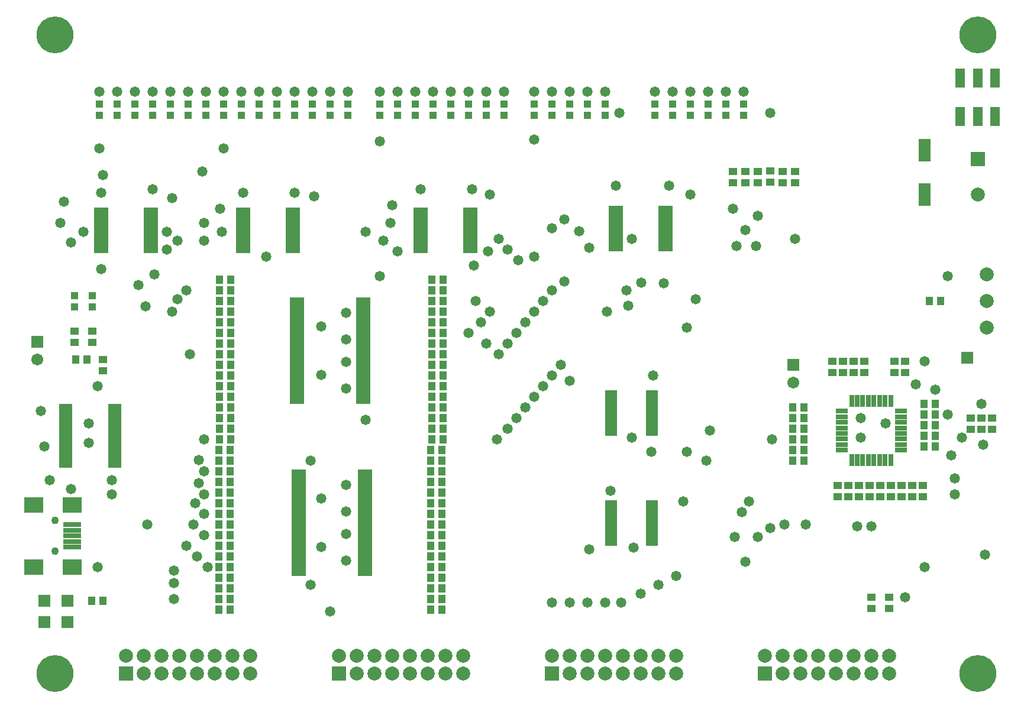
<source format=gts>
G04*
G04 #@! TF.GenerationSoftware,Altium Limited,Altium Designer,22.3.1 (43)*
G04*
G04 Layer_Color=8388736*
%FSLAX25Y25*%
%MOIN*%
G70*
G04*
G04 #@! TF.SameCoordinates,F15A7EA6-3F3C-4714-8FA7-CF7AF9E4284A*
G04*
G04*
G04 #@! TF.FilePolarity,Negative*
G04*
G01*
G75*
%ADD30R,0.03950X0.03950*%
%ADD31R,0.04540X0.03950*%
%ADD32R,0.03950X0.04540*%
%ADD33R,0.08280X0.02513*%
%ADD34R,0.06607X0.02572*%
%ADD35R,0.06800X0.12800*%
%ADD36R,0.03162X0.06607*%
%ADD37R,0.06607X0.03162*%
%ADD38R,0.09855X0.02769*%
%ADD39R,0.10642X0.08674*%
%ADD40R,0.07887X0.02572*%
%ADD41R,0.07493X0.02572*%
%ADD42R,0.05524X0.10642*%
%ADD43C,0.07887*%
%ADD44R,0.07887X0.07887*%
%ADD45R,0.07887X0.07887*%
%ADD46C,0.06706*%
%ADD47R,0.06706X0.06706*%
%ADD48C,0.04343*%
%ADD49C,0.20800*%
%ADD50C,0.05800*%
D30*
X408000Y334850D02*
D03*
Y341150D02*
D03*
X398000D02*
D03*
Y334850D02*
D03*
X368000D02*
D03*
Y341150D02*
D03*
X388000Y334850D02*
D03*
Y341150D02*
D03*
X378000Y334850D02*
D03*
Y341150D02*
D03*
X358000Y334850D02*
D03*
Y341150D02*
D03*
X300000D02*
D03*
Y334850D02*
D03*
X213000Y341150D02*
D03*
Y334850D02*
D03*
X135000Y341150D02*
D03*
Y334850D02*
D03*
X55000D02*
D03*
Y341150D02*
D03*
X330000Y334850D02*
D03*
Y341150D02*
D03*
X310000Y334850D02*
D03*
Y341150D02*
D03*
X320000Y334850D02*
D03*
Y341150D02*
D03*
X263000Y334850D02*
D03*
Y341150D02*
D03*
X125000Y334850D02*
D03*
Y341150D02*
D03*
X243000Y334850D02*
D03*
Y341150D02*
D03*
X85000Y334850D02*
D03*
Y341150D02*
D03*
X75000Y334850D02*
D03*
Y341150D02*
D03*
X203000Y334850D02*
D03*
Y341150D02*
D03*
X253000Y334850D02*
D03*
Y341150D02*
D03*
X290000Y334850D02*
D03*
Y341150D02*
D03*
X273000Y334850D02*
D03*
Y341150D02*
D03*
X115000Y334850D02*
D03*
Y341150D02*
D03*
X65000Y334850D02*
D03*
Y341150D02*
D03*
X223000Y334850D02*
D03*
Y341150D02*
D03*
X105000Y334850D02*
D03*
Y341150D02*
D03*
X233000Y334850D02*
D03*
Y341150D02*
D03*
X95000Y334850D02*
D03*
Y341150D02*
D03*
X185000Y334850D02*
D03*
Y341150D02*
D03*
X175000Y334850D02*
D03*
Y341150D02*
D03*
X155000Y334850D02*
D03*
Y341150D02*
D03*
X165000Y334850D02*
D03*
Y341150D02*
D03*
X45000Y334850D02*
D03*
Y341150D02*
D03*
X145000Y334850D02*
D03*
Y341150D02*
D03*
X31000Y233150D02*
D03*
Y226850D02*
D03*
X41000Y233150D02*
D03*
Y226850D02*
D03*
D31*
X437000Y303150D02*
D03*
Y296850D02*
D03*
X409000D02*
D03*
Y303150D02*
D03*
X402000Y296850D02*
D03*
Y303150D02*
D03*
X416000Y296850D02*
D03*
Y303150D02*
D03*
X423000Y297000D02*
D03*
Y303299D02*
D03*
X430000Y296850D02*
D03*
Y303150D02*
D03*
X509000Y126150D02*
D03*
Y119850D02*
D03*
X503000Y126150D02*
D03*
Y119850D02*
D03*
X497000Y126150D02*
D03*
Y119850D02*
D03*
X491000Y126150D02*
D03*
Y119850D02*
D03*
X485000Y126150D02*
D03*
Y119850D02*
D03*
X479000Y126150D02*
D03*
Y119850D02*
D03*
X473000Y126150D02*
D03*
Y119850D02*
D03*
X467000D02*
D03*
Y126150D02*
D03*
X480000Y63150D02*
D03*
Y56850D02*
D03*
X490000Y63150D02*
D03*
Y56850D02*
D03*
X461000Y119850D02*
D03*
Y126150D02*
D03*
X542000Y157850D02*
D03*
Y164150D02*
D03*
X499000Y189850D02*
D03*
Y196150D02*
D03*
X458000D02*
D03*
Y189850D02*
D03*
X536000Y157850D02*
D03*
Y164150D02*
D03*
X548000Y157850D02*
D03*
Y164150D02*
D03*
X476000Y196150D02*
D03*
Y189850D02*
D03*
X464000Y196150D02*
D03*
Y189850D02*
D03*
X493000D02*
D03*
Y196150D02*
D03*
X470000D02*
D03*
Y189850D02*
D03*
X47000Y190850D02*
D03*
Y197150D02*
D03*
X31000Y213150D02*
D03*
Y206850D02*
D03*
X41000Y213150D02*
D03*
Y206850D02*
D03*
D32*
X112350Y134000D02*
D03*
X118650D02*
D03*
X232350Y224000D02*
D03*
X238650D02*
D03*
X232350Y230000D02*
D03*
X238650D02*
D03*
X232350Y218000D02*
D03*
X238650D02*
D03*
X232350Y236000D02*
D03*
X238650D02*
D03*
X232350Y242000D02*
D03*
X238650D02*
D03*
X112850D02*
D03*
X119150D02*
D03*
X112850Y236000D02*
D03*
X119150D02*
D03*
X112850Y230000D02*
D03*
X119150D02*
D03*
X112850Y224000D02*
D03*
X119150D02*
D03*
X112850Y218000D02*
D03*
X119150D02*
D03*
X112850Y176000D02*
D03*
X119150D02*
D03*
X112850Y170000D02*
D03*
X119150D02*
D03*
X112850Y164000D02*
D03*
X119150D02*
D03*
X232350D02*
D03*
X238650D02*
D03*
X232350Y170000D02*
D03*
X238650D02*
D03*
X232350Y158000D02*
D03*
X238650D02*
D03*
X112850D02*
D03*
X119150D02*
D03*
X112850Y152000D02*
D03*
X119150D02*
D03*
X112850Y200000D02*
D03*
X119150D02*
D03*
X112850Y194000D02*
D03*
X119150D02*
D03*
X232350Y152000D02*
D03*
X238650D02*
D03*
X232350Y194000D02*
D03*
X238650D02*
D03*
X232350Y212000D02*
D03*
X238650D02*
D03*
X232350Y206000D02*
D03*
X238650D02*
D03*
X232350Y200000D02*
D03*
X238650D02*
D03*
X112850Y182000D02*
D03*
X119150D02*
D03*
X112850Y188000D02*
D03*
X119150D02*
D03*
X112850Y212000D02*
D03*
X119150D02*
D03*
X112850Y206000D02*
D03*
X119150D02*
D03*
X232350Y188000D02*
D03*
X238650D02*
D03*
X232350Y182000D02*
D03*
X238650D02*
D03*
X232350Y176000D02*
D03*
X238650D02*
D03*
X238150Y62000D02*
D03*
X231850D02*
D03*
X118650D02*
D03*
X112350D02*
D03*
X238150Y56000D02*
D03*
X231850D02*
D03*
X118650D02*
D03*
X112350D02*
D03*
X238150Y80000D02*
D03*
X231850D02*
D03*
X118650Y74000D02*
D03*
X112350D02*
D03*
X118650Y80000D02*
D03*
X112350D02*
D03*
X238150Y86000D02*
D03*
X231850D02*
D03*
X118650Y68000D02*
D03*
X112350D02*
D03*
X435701Y140000D02*
D03*
X442000D02*
D03*
X435850Y146000D02*
D03*
X442150D02*
D03*
X238150Y74000D02*
D03*
X231850D02*
D03*
X238150Y68000D02*
D03*
X231850D02*
D03*
X435850Y158000D02*
D03*
X442150D02*
D03*
X238150Y98000D02*
D03*
X231850D02*
D03*
X509850Y154000D02*
D03*
X516150D02*
D03*
X435850Y152000D02*
D03*
X442150D02*
D03*
X509850Y148000D02*
D03*
X516150D02*
D03*
X118650Y122000D02*
D03*
X112350D02*
D03*
X509850Y166000D02*
D03*
X516150D02*
D03*
X238150Y104000D02*
D03*
X231850D02*
D03*
X118650Y110000D02*
D03*
X112350D02*
D03*
X512850Y230000D02*
D03*
X519150D02*
D03*
X238150Y128000D02*
D03*
X231850D02*
D03*
X118650Y116000D02*
D03*
X112350D02*
D03*
X118650Y104000D02*
D03*
X112350D02*
D03*
X118650Y86000D02*
D03*
X112350D02*
D03*
X435850Y170000D02*
D03*
X442150D02*
D03*
X118650Y92000D02*
D03*
X112350D02*
D03*
X238150Y134000D02*
D03*
X231850D02*
D03*
X118650Y98000D02*
D03*
X112350D02*
D03*
X118650Y128000D02*
D03*
X112350D02*
D03*
X509850Y160000D02*
D03*
X516150D02*
D03*
X238150Y146000D02*
D03*
X231850D02*
D03*
X238150Y116000D02*
D03*
X231850D02*
D03*
X118650Y146000D02*
D03*
X112350D02*
D03*
X118650Y140000D02*
D03*
X112350D02*
D03*
X509850Y172000D02*
D03*
X516150D02*
D03*
X435850Y164000D02*
D03*
X442150D02*
D03*
X238150Y110000D02*
D03*
X231850D02*
D03*
X238150Y92000D02*
D03*
X231850D02*
D03*
X238150Y140000D02*
D03*
X231850D02*
D03*
X238150Y122000D02*
D03*
X231850D02*
D03*
X38150Y197000D02*
D03*
X31850D02*
D03*
X47150Y61000D02*
D03*
X40850D02*
D03*
D33*
X194701Y133748D02*
D03*
Y131252D02*
D03*
Y128748D02*
D03*
Y126252D02*
D03*
Y123748D02*
D03*
Y121252D02*
D03*
Y118748D02*
D03*
Y116252D02*
D03*
Y113748D02*
D03*
Y111252D02*
D03*
Y108748D02*
D03*
Y106252D02*
D03*
Y103748D02*
D03*
Y101252D02*
D03*
Y98748D02*
D03*
Y96252D02*
D03*
Y93748D02*
D03*
Y91252D02*
D03*
Y88748D02*
D03*
Y86252D02*
D03*
Y83748D02*
D03*
Y81252D02*
D03*
Y78748D02*
D03*
Y76252D02*
D03*
X157299D02*
D03*
Y78748D02*
D03*
Y81252D02*
D03*
Y83748D02*
D03*
Y86252D02*
D03*
Y88748D02*
D03*
Y91252D02*
D03*
Y93748D02*
D03*
Y96252D02*
D03*
Y98748D02*
D03*
Y101252D02*
D03*
Y103748D02*
D03*
Y106252D02*
D03*
Y108748D02*
D03*
Y111252D02*
D03*
Y113748D02*
D03*
Y116252D02*
D03*
Y118748D02*
D03*
Y121252D02*
D03*
Y123748D02*
D03*
Y126252D02*
D03*
Y128748D02*
D03*
Y131252D02*
D03*
Y133748D02*
D03*
X193701Y173252D02*
D03*
Y175748D02*
D03*
Y178252D02*
D03*
Y180748D02*
D03*
Y183252D02*
D03*
Y185748D02*
D03*
Y188252D02*
D03*
Y190748D02*
D03*
Y193252D02*
D03*
Y195748D02*
D03*
Y198252D02*
D03*
Y200748D02*
D03*
Y203252D02*
D03*
Y205748D02*
D03*
Y208252D02*
D03*
Y210748D02*
D03*
Y213252D02*
D03*
Y215748D02*
D03*
Y218252D02*
D03*
Y220748D02*
D03*
Y223252D02*
D03*
Y225748D02*
D03*
Y228252D02*
D03*
Y230748D02*
D03*
X156299D02*
D03*
Y228252D02*
D03*
Y225748D02*
D03*
Y223252D02*
D03*
Y220748D02*
D03*
Y218252D02*
D03*
Y215748D02*
D03*
Y213252D02*
D03*
Y210748D02*
D03*
Y208252D02*
D03*
Y205748D02*
D03*
Y203252D02*
D03*
Y200748D02*
D03*
Y198252D02*
D03*
Y195748D02*
D03*
Y193252D02*
D03*
Y190748D02*
D03*
Y188252D02*
D03*
Y185748D02*
D03*
Y183252D02*
D03*
Y180748D02*
D03*
Y178252D02*
D03*
Y175748D02*
D03*
Y173252D02*
D03*
D34*
X356567Y116516D02*
D03*
Y113957D02*
D03*
Y111398D02*
D03*
Y108839D02*
D03*
Y106280D02*
D03*
Y103720D02*
D03*
Y101161D02*
D03*
Y98602D02*
D03*
Y96043D02*
D03*
Y93484D02*
D03*
X333433D02*
D03*
Y96043D02*
D03*
Y98602D02*
D03*
Y101161D02*
D03*
Y103720D02*
D03*
Y106280D02*
D03*
Y108839D02*
D03*
Y111398D02*
D03*
Y113957D02*
D03*
Y116516D02*
D03*
Y178516D02*
D03*
Y175957D02*
D03*
Y173398D02*
D03*
Y170839D02*
D03*
Y168280D02*
D03*
Y165720D02*
D03*
Y163161D02*
D03*
Y160602D02*
D03*
Y158043D02*
D03*
Y155484D02*
D03*
X356567D02*
D03*
Y158043D02*
D03*
Y160602D02*
D03*
Y163161D02*
D03*
Y165720D02*
D03*
Y168280D02*
D03*
Y170839D02*
D03*
Y173398D02*
D03*
Y175957D02*
D03*
Y178516D02*
D03*
D35*
X510000Y290000D02*
D03*
Y315000D02*
D03*
D36*
X468976Y173685D02*
D03*
X472126D02*
D03*
X475276D02*
D03*
X478425D02*
D03*
X481575D02*
D03*
X484724D02*
D03*
X487874D02*
D03*
X491024D02*
D03*
Y140315D02*
D03*
X487874D02*
D03*
X484724D02*
D03*
X481575D02*
D03*
X478425D02*
D03*
X475276D02*
D03*
X472126D02*
D03*
X468976D02*
D03*
D37*
X496685Y168024D02*
D03*
Y164874D02*
D03*
Y161724D02*
D03*
Y158575D02*
D03*
Y155425D02*
D03*
Y152276D02*
D03*
Y149126D02*
D03*
Y145976D02*
D03*
X463315D02*
D03*
Y149126D02*
D03*
Y152276D02*
D03*
Y155425D02*
D03*
Y158575D02*
D03*
Y161724D02*
D03*
Y164874D02*
D03*
Y168024D02*
D03*
D38*
X29842Y103961D02*
D03*
Y100811D02*
D03*
Y97661D02*
D03*
Y94512D02*
D03*
Y91362D02*
D03*
D39*
Y80142D02*
D03*
X8189D02*
D03*
Y115181D02*
D03*
X29842D02*
D03*
D40*
X363976Y282516D02*
D03*
Y279957D02*
D03*
Y277398D02*
D03*
Y274839D02*
D03*
Y272280D02*
D03*
Y269721D02*
D03*
Y267161D02*
D03*
Y264602D02*
D03*
Y262043D02*
D03*
Y259484D02*
D03*
X336024D02*
D03*
Y262043D02*
D03*
Y264602D02*
D03*
Y267161D02*
D03*
Y269721D02*
D03*
Y272280D02*
D03*
Y274839D02*
D03*
Y277398D02*
D03*
Y279957D02*
D03*
Y282516D02*
D03*
X46024Y281516D02*
D03*
Y278957D02*
D03*
Y276398D02*
D03*
Y273839D02*
D03*
Y271280D02*
D03*
Y268721D02*
D03*
Y266161D02*
D03*
Y263602D02*
D03*
Y261043D02*
D03*
Y258484D02*
D03*
X73976D02*
D03*
Y261043D02*
D03*
Y263602D02*
D03*
Y266161D02*
D03*
Y268721D02*
D03*
Y271280D02*
D03*
Y273839D02*
D03*
Y276398D02*
D03*
Y278957D02*
D03*
Y281516D02*
D03*
X226024D02*
D03*
Y278957D02*
D03*
Y276398D02*
D03*
Y273839D02*
D03*
Y271280D02*
D03*
Y268721D02*
D03*
Y266161D02*
D03*
Y263602D02*
D03*
Y261043D02*
D03*
Y258484D02*
D03*
X253976D02*
D03*
Y261043D02*
D03*
Y263602D02*
D03*
Y266161D02*
D03*
Y268721D02*
D03*
Y271280D02*
D03*
Y273839D02*
D03*
Y276398D02*
D03*
Y278957D02*
D03*
Y281516D02*
D03*
X126024D02*
D03*
Y278957D02*
D03*
Y276398D02*
D03*
Y273839D02*
D03*
Y271280D02*
D03*
Y268721D02*
D03*
Y266161D02*
D03*
Y263602D02*
D03*
Y261043D02*
D03*
Y258484D02*
D03*
X153976D02*
D03*
Y261043D02*
D03*
Y263602D02*
D03*
Y266161D02*
D03*
Y268721D02*
D03*
Y271280D02*
D03*
Y273839D02*
D03*
Y276398D02*
D03*
Y278957D02*
D03*
Y281516D02*
D03*
D41*
X26221Y170634D02*
D03*
Y168075D02*
D03*
Y165516D02*
D03*
Y162957D02*
D03*
Y160398D02*
D03*
Y157839D02*
D03*
Y155280D02*
D03*
Y152720D02*
D03*
Y150161D02*
D03*
Y147602D02*
D03*
Y145043D02*
D03*
Y142484D02*
D03*
Y139925D02*
D03*
Y137366D02*
D03*
X53780D02*
D03*
Y139925D02*
D03*
Y142484D02*
D03*
Y145043D02*
D03*
Y147602D02*
D03*
Y150161D02*
D03*
Y152720D02*
D03*
Y155280D02*
D03*
Y157839D02*
D03*
Y160398D02*
D03*
Y162957D02*
D03*
Y165516D02*
D03*
Y168075D02*
D03*
Y170634D02*
D03*
D42*
X530158Y334173D02*
D03*
X540000D02*
D03*
X549843D02*
D03*
Y355827D02*
D03*
X540000D02*
D03*
X530158D02*
D03*
D43*
X545000Y245000D02*
D03*
Y230000D02*
D03*
Y215000D02*
D03*
X180000Y30000D02*
D03*
X190000Y20000D02*
D03*
Y30000D02*
D03*
X200000Y20000D02*
D03*
Y30000D02*
D03*
X210000Y20000D02*
D03*
Y30000D02*
D03*
X220000Y20000D02*
D03*
Y30000D02*
D03*
X230000Y20000D02*
D03*
Y30000D02*
D03*
X240000Y20000D02*
D03*
Y30000D02*
D03*
X250000Y20000D02*
D03*
Y30000D02*
D03*
X540000Y290000D02*
D03*
X370000Y30000D02*
D03*
Y20000D02*
D03*
X360000Y30000D02*
D03*
Y20000D02*
D03*
X350000Y30000D02*
D03*
Y20000D02*
D03*
X340000Y30000D02*
D03*
Y20000D02*
D03*
X330000Y30000D02*
D03*
Y20000D02*
D03*
X320000Y30000D02*
D03*
Y20000D02*
D03*
X310000Y30000D02*
D03*
Y20000D02*
D03*
X300000Y30000D02*
D03*
X490000D02*
D03*
Y20000D02*
D03*
X480000Y30000D02*
D03*
Y20000D02*
D03*
X470000Y30000D02*
D03*
Y20000D02*
D03*
X460000Y30000D02*
D03*
Y20000D02*
D03*
X450000Y30000D02*
D03*
Y20000D02*
D03*
X440000Y30000D02*
D03*
Y20000D02*
D03*
X430000Y30000D02*
D03*
Y20000D02*
D03*
X420000Y30000D02*
D03*
X130000D02*
D03*
Y20000D02*
D03*
X120000Y30000D02*
D03*
Y20000D02*
D03*
X110000Y30000D02*
D03*
Y20000D02*
D03*
X100000Y30000D02*
D03*
Y20000D02*
D03*
X90000Y30000D02*
D03*
Y20000D02*
D03*
X80000Y30000D02*
D03*
Y20000D02*
D03*
X70000Y30000D02*
D03*
Y20000D02*
D03*
X60000Y30000D02*
D03*
D44*
X180000Y20000D02*
D03*
X300000D02*
D03*
X420000D02*
D03*
X60000D02*
D03*
D45*
X540000Y310000D02*
D03*
D46*
X10000Y197000D02*
D03*
X436000Y184000D02*
D03*
D47*
X10000Y207000D02*
D03*
X14000Y49000D02*
D03*
X534000Y198000D02*
D03*
X27000Y49000D02*
D03*
X14000Y61000D02*
D03*
X27000D02*
D03*
X436000Y194000D02*
D03*
D48*
X20000Y106323D02*
D03*
Y89000D02*
D03*
D49*
X540000Y380000D02*
D03*
X20000D02*
D03*
Y20000D02*
D03*
X540000D02*
D03*
D50*
X510000Y80000D02*
D03*
Y196150D02*
D03*
X443000Y104000D02*
D03*
X431000D02*
D03*
X424000Y152000D02*
D03*
X402000Y282000D02*
D03*
X409000Y270000D02*
D03*
X437000Y265000D02*
D03*
X416000Y278000D02*
D03*
X523000Y166000D02*
D03*
X516000Y180000D02*
D03*
X527000Y121000D02*
D03*
Y130000D02*
D03*
X499000Y63000D02*
D03*
X472000Y103000D02*
D03*
X480000D02*
D03*
X415000Y261000D02*
D03*
X404000D02*
D03*
X408000Y348000D02*
D03*
X423000Y336000D02*
D03*
X256000Y250000D02*
D03*
X300000Y271000D02*
D03*
X307000Y276000D02*
D03*
X264000Y258000D02*
D03*
X300000Y236000D02*
D03*
X260000Y218000D02*
D03*
X205000Y264000D02*
D03*
X257000Y230000D02*
D03*
X265000Y224000D02*
D03*
X210000Y284000D02*
D03*
X263000Y206000D02*
D03*
X209000Y274000D02*
D03*
X195000Y269000D02*
D03*
X253000Y212000D02*
D03*
X195000Y163000D02*
D03*
X170000Y215748D02*
D03*
X544000Y87000D02*
D03*
X543000Y149000D02*
D03*
X525000Y143000D02*
D03*
X531000Y153000D02*
D03*
X71000Y227000D02*
D03*
X76000Y245000D02*
D03*
X67000Y239000D02*
D03*
X72000Y104000D02*
D03*
X139000Y255000D02*
D03*
X114000Y269000D02*
D03*
X113000Y282000D02*
D03*
X104000Y274000D02*
D03*
Y264000D02*
D03*
X103000Y303000D02*
D03*
X23000Y274000D02*
D03*
X25000Y286000D02*
D03*
X36000Y269000D02*
D03*
X29000Y263000D02*
D03*
X94000Y236000D02*
D03*
X83000Y269000D02*
D03*
X89000Y264000D02*
D03*
Y231000D02*
D03*
X86000Y224000D02*
D03*
X83000Y259000D02*
D03*
X290000Y321000D02*
D03*
X47000Y301000D02*
D03*
X96000Y200000D02*
D03*
X505000Y183000D02*
D03*
X523000Y244000D02*
D03*
X416000Y97000D02*
D03*
X423000Y102000D02*
D03*
X381000Y231000D02*
D03*
X343018Y227500D02*
D03*
X331000Y224000D02*
D03*
X376000Y215000D02*
D03*
X411000Y117000D02*
D03*
X407000Y111000D02*
D03*
X307000Y241000D02*
D03*
X290000Y255000D02*
D03*
X203000Y244000D02*
D03*
X281000Y253000D02*
D03*
X275000Y259000D02*
D03*
X280000Y212000D02*
D03*
X270000Y265000D02*
D03*
X315500Y269500D02*
D03*
X310000Y185000D02*
D03*
X387000Y140000D02*
D03*
X389000Y157000D02*
D03*
X333000Y123000D02*
D03*
X346000Y91000D02*
D03*
X356000Y145000D02*
D03*
X376000D02*
D03*
X345000Y153000D02*
D03*
X357000Y188000D02*
D03*
X363000Y240000D02*
D03*
X345000Y265000D02*
D03*
X366000Y295000D02*
D03*
X378000Y290000D02*
D03*
X321000Y260000D02*
D03*
X336000Y295000D02*
D03*
X166000Y289000D02*
D03*
X265000Y290000D02*
D03*
X255000Y293000D02*
D03*
X213000Y258000D02*
D03*
X226000Y293000D02*
D03*
X155000Y291000D02*
D03*
X126000D02*
D03*
X46000Y248000D02*
D03*
X86000Y288000D02*
D03*
X75000Y293000D02*
D03*
X46000Y291000D02*
D03*
X45000Y316000D02*
D03*
X115000D02*
D03*
X203000Y320000D02*
D03*
X338000Y336000D02*
D03*
X403000Y97000D02*
D03*
X409000Y83000D02*
D03*
X342000Y236000D02*
D03*
X350500Y240414D02*
D03*
X290000Y224000D02*
D03*
X374000Y117000D02*
D03*
X175000Y55000D02*
D03*
X29000Y124000D02*
D03*
X52000Y121000D02*
D03*
Y129000D02*
D03*
X17000D02*
D03*
X12000Y168000D02*
D03*
X14000Y148000D02*
D03*
X44000Y80000D02*
D03*
X39000Y161000D02*
D03*
Y150000D02*
D03*
X44000Y182000D02*
D03*
X474000Y164000D02*
D03*
X488000Y161000D02*
D03*
X474000Y153000D02*
D03*
X542000Y172000D02*
D03*
X300000Y60000D02*
D03*
X310000D02*
D03*
X320000D02*
D03*
X330000D02*
D03*
X339000D02*
D03*
X350000Y65000D02*
D03*
X360000Y70000D02*
D03*
X370000Y75000D02*
D03*
X269000Y152000D02*
D03*
X275000Y158000D02*
D03*
X280000Y164000D02*
D03*
X285000Y170000D02*
D03*
X290000Y176000D02*
D03*
X295000Y182000D02*
D03*
X300000Y188000D02*
D03*
X305000Y194000D02*
D03*
X270000Y200000D02*
D03*
X275000Y206000D02*
D03*
X285000Y218000D02*
D03*
X295000Y230000D02*
D03*
X321000Y90000D02*
D03*
X398000Y348000D02*
D03*
X388000D02*
D03*
X378000D02*
D03*
X368000D02*
D03*
X358000D02*
D03*
X330000D02*
D03*
X320000D02*
D03*
X310000D02*
D03*
X300000D02*
D03*
X290000D02*
D03*
X273000D02*
D03*
X263000D02*
D03*
X253000D02*
D03*
X243000D02*
D03*
X233000D02*
D03*
X223000D02*
D03*
X213000D02*
D03*
X203000D02*
D03*
X185000D02*
D03*
X175000D02*
D03*
X165000D02*
D03*
X155000D02*
D03*
X145000D02*
D03*
X135000D02*
D03*
X125000D02*
D03*
X115000D02*
D03*
X105000D02*
D03*
X95000D02*
D03*
X85000D02*
D03*
X75000D02*
D03*
X65000D02*
D03*
X55000D02*
D03*
X45000D02*
D03*
X94000Y92000D02*
D03*
X104000Y98000D02*
D03*
X100000Y86000D02*
D03*
X106000Y80000D02*
D03*
X87000Y78000D02*
D03*
Y71000D02*
D03*
Y62000D02*
D03*
X98000Y104000D02*
D03*
X104000Y110000D02*
D03*
X99000Y116000D02*
D03*
X101000Y127500D02*
D03*
X104000Y121000D02*
D03*
X101000Y140500D02*
D03*
X104000Y134000D02*
D03*
Y152000D02*
D03*
X170000Y188252D02*
D03*
X184000Y180748D02*
D03*
Y195748D02*
D03*
Y208252D02*
D03*
Y223252D02*
D03*
X170000Y91252D02*
D03*
Y118748D02*
D03*
X184000Y83748D02*
D03*
Y98748D02*
D03*
Y111252D02*
D03*
Y126252D02*
D03*
X164000Y70000D02*
D03*
Y140000D02*
D03*
M02*

</source>
